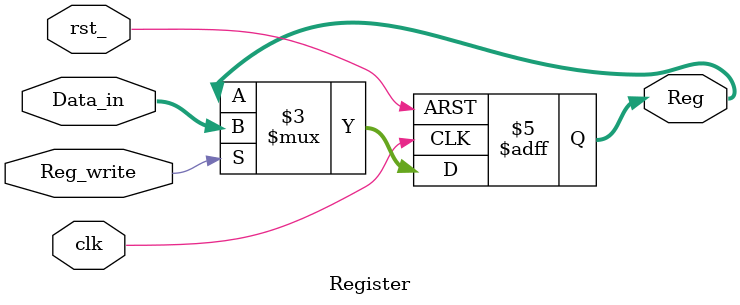
<source format=v>
`timescale 1ns / 1ps

module Register(clk,rst_,Reg_write,Data_in,Reg);
    input clk,rst_,Reg_write;
    input [31:0]Data_in;
    output reg [31:0]Reg;
    always @(posedge clk or negedge rst_)
    begin
        if(!rst_) Reg <= 32'b0;
        else if (Reg_write) Reg <= Data_in;
    end
endmodule
</source>
